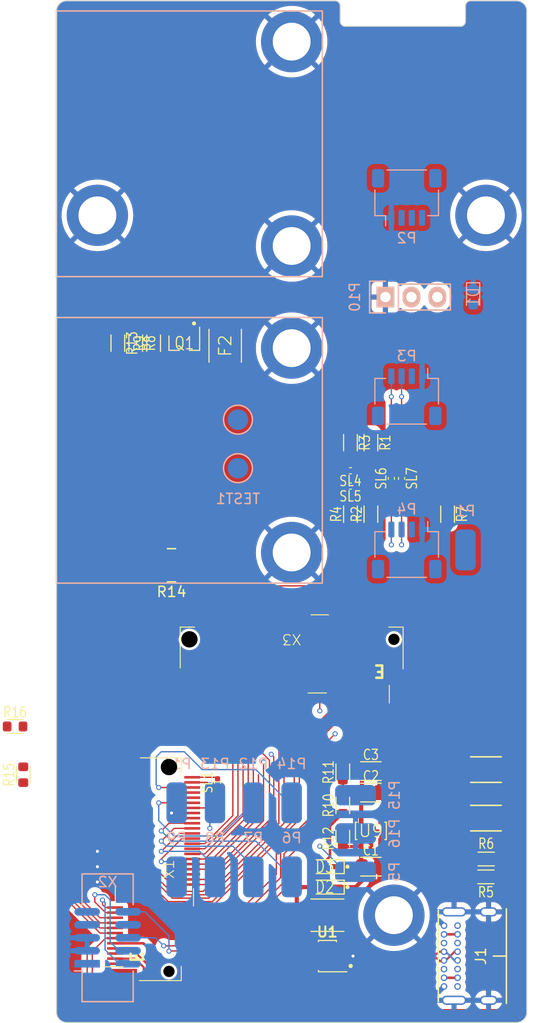
<source format=kicad_pcb>
(kicad_pcb (version 20221018) (generator pcbnew)
  (layers (0 "F.Cu" signal) (31 "B.Cu" signal) (34 "B.Paste" user) (35 "F.Paste" user) (36 "B.SilkS" user "B.Silkscreen") (37 "F.SilkS" user "F.Silkscreen") (38 "B.Mask" user) (39 "F.Mask" user) (44 "Edge.Cuts" user))
  (net 0 "")
  (net 3 "GND")
  (net 4 "/USB Input/USBC_P")
  (net 5 "/USB Input/USBC_N")
  (net 6 "/Expansion IO/~{I2C_INT}")
  (net 7 "/Processor/~{RESET}")
  (net 8 "/Processor/~{BOOT}")
  (net 15 "Net-(U1-VBUS)")
  (net 16 "/Processor/NATIVE.D-")
  (net 17 "/Processor/NATIVE.D+")
  (net 18 "+3.3V")
  (net 19 "Net-(J1-CC2)")
  (net 20 "Net-(J1-CC1)")
  (net 21 "/Processor/SWO")
  (net 22 "/Function Board/RTS")
  (net 24 "/Function Board/CTS")
  (net 26 "/Function Board/TX")
  (net 28 "/Function Board/RX")
  (net 29 "/Processor/SWDCLK")
  (net 30 "/Processor/SWDIO")
  (net 31 "/Function Board/D+")
  (net 32 "/Function Board/D-")
  (net 33 "/Function Board/G0")
  (net 34 "/Function Board/G1")
  (net 35 "/Function Board/G2")
  (net 36 "/Function Board/G3")
  (net 37 "/Function Board/G4")
  (net 38 "/Function Board/~{CS}")
  (net 39 "/Function Board/CLK")
  (net 40 "/Function Board/COPI")
  (net 41 "/Function Board/CIPO")
  (net 42 "/Function Board/FN_~{INT}")
  (net 43 "/Function Board/FN_PWM")
  (net 44 "/Function Board/FN_ANALOG")
  (net 45 "/Function Board/CAN.RX")
  (net 46 "/Function Board/CAN.TX")
  (net 50 "+POWER")
  (net 51 "/Expansion IO/I2C0.SDA")
  (net 52 "/Expansion IO/I2C0.SCL")
  (net 53 "/Expansion IO/I2C1.SDA")
  (net 54 "/Expansion IO/I2C1.SCL")
  (net 55 "Net-(Q1-G)")
  (net 56 "/Expansion IO/PWM_OUTPUT")
  (net 57 "Net-(X1-BATT_VIN{slash}3)")
  (net 58 "Net-(TEST2-PAD)")
  (net 59 "/Processor/D1")
  (net 60 "/Processor/ADC1")
  (net 61 "Net-(U9-VIN)")
  (net 62 "/Power Regulation/USB_VCC")
  (net 63 "Net-(U9-EN)")
  (net 64 "Net-(X1-RTC_3V_BATT)")
  (net 66 "/Processor/G9")
  (net 67 "/Processor/G8")
  (net 68 "/Processor/G7")
  (net 69 "/Processor/G6")
  (net 70 "/Processor/G5")
  (net 72 "Net-(X3-FUNC_RTS)")
  (net 73 "Net-(X3-FUNC_RX)")
  (net 74 "Net-(X3-FUNC_CTS)")
  (net 75 "Net-(X3-FUNC_TX)")
  (net 76 "Net-(D1-PadA)")
  (net 77 "Net-(P6-P1)")
  (net 78 "Net-(P7-P1)")
  (net 79 "Net-(P8-P1)")
  (net 80 "Net-(P9-P1)")
  (net 83 "Net-(P10-P3)")
  (net 84 "Net-(P10-P2)")
  (net 85 "Net-(X1-I2C_SDA1)")
  (net 86 "Net-(X1-I2C_SCL1)")
  (net 87 "Net-(TEST1-PAD)")
  (net 88 "/Expansion IO/CLK")
  (net 89 "/Expansion IO/CIPO")
  (net 90 "/Expansion IO/COPI")
  (net 91 "/Expansion IO/~{CS}")
  (footprint "Applidyne_Link:SJ1005-2N" (layer "F.Cu") (at 128.75 97.5 180)
    (fp_text reference "SL5")
    (fp_text value "SOLDER-LINK-2-TINY" hide)
  )
  (footprint "Applidyne_Mount:9774025151R" (layer "F.Cu") (at 142 71)
    (fp_text reference "MNT2" hide)
    (fp_text value "M2.5_SMD_2.5MM_THREADED" hide)
  )
  (footprint "Applidyne_Resistor:RESC1608X50N" (layer "F.Cu") (at 130.75 93.25 -90)
    (fp_text reference "R1")
    (fp_text value "4K7_1608M" hide)
  )
  (footprint "Applidyne_SOD:SOD2512X110N" (layer "F.Cu") (at 126.25 134.75 180)
    (fp_text reference "D3")
    (fp_text value "40V_500mA_SOD323" hide)
  )
  (footprint "Applidyne_Link:SJ1005-2N" (layer "F.Cu") (at 115.75 126.5 90)
    (fp_text reference "SL1")
    (fp_text value "SOLDER-LINK-2-TINY" hide)
  )
  (footprint "Applidyne_Resistor:RESC1608X50N" (layer "F.Cu") (at 130.75 100.25 90)
    (fp_text reference "R2")
    (fp_text value "4K7_1608M" hide)
  )
  (footprint "Applidyne_Resistor:RESC1608X50N" (layer "F.Cu") (at 109.5 83.515 90)
    (fp_text reference "R9")
    (fp_text value "10K0_1608M" hide)
  )
  (footprint "Applidyne_Connector_TE_Connectivity:TE_2199230-4" (layer "F.Cu") (at 111 135 90)
    (fp_text reference "X1")
    (fp_text value "MICROMOD_PROCESSOR_SOCKET" hide)
  )
  (footprint "Applidyne_Fuse:FUSC3225X85L50N" (layer "F.Cu") (at 116.5 83.765 90)
    (fp_text reference "F2")
    (fp_text value "0.5A_1210L_PTC" hide)
  )
  (footprint "Applidyne_Switch:B3U-1000P" (layer "F.Cu") (at 142 125.25)
    (fp_text reference "SW1" hide)
    (fp_text value "B3U-1000P_SPST-NO_SMD" hide)
  )
  (footprint "Applidyne_Capacitor:CAPC2012X110N" (layer "F.Cu") (at 130.75 127.5)
    (fp_text reference "C2")
    (fp_text value "10u_X7R_2012M" hide)
  )
  (footprint "Applidyne_Switch:B3U-1000P" (layer "F.Cu") (at 142 130)
    (fp_text reference "SW2" hide)
    (fp_text value "B3U-1000P_SPST-NO_SMD" hide)
  )
  (footprint "Applidyne_Mount:9774025151R" (layer "F.Cu") (at 104 71)
    (fp_text reference "MNT3" hide)
    (fp_text value "M2.5_SMD_2.5MM_THREADED" hide)
  )
  (footprint "Applidyne_USB:USB_C_PTH_GCT_USB4085" (layer "F.Cu") (at 144 143.5 90)
    (fp_text reference "J1")
    (fp_text value "USB_C_SOCKET_RA_PTH_SIMPLE" hide)
  )
  (footprint "Applidyne_Mount:9774025151R" (layer "F.Cu") (at 133 139.5)
    (fp_text reference "MNT1" hide)
    (fp_text value "M2.5_SMD_2.5MM_THREADED" hide)
  )
  (footprint "Applidyne_Link:SJ1005-2N" (layer "F.Cu") (at 128.75 96 180)
    (fp_text reference "SL4")
    (fp_text value "SOLDER-LINK-2-TINY" hide)
  )
  (footprint "Applidyne_Capacitor:CAPC2012X110N" (layer "F.Cu") (at 130.75 125.395)
    (fp_text reference "C3")
    (fp_text value "10u_X7R_2012M" hide)
  )
  (footprint "Applidyne_Connector_TE_Connectivity:TE_2199230-4" (layer "F.Cu") (at 123 112.5 180)
    (fp_text reference "X3")
    (fp_text value "MICROMOD_FUNCTION_BOARD_SOCKET" hide)
  )
  (footprint "Applidyne_Resistor:RESC1608X50N" (layer "F.Cu") (at 96.75 125.75 90)
    (fp_text reference "R15")
    (fp_text value "100K_1608M" hide)
  )
  (footprint "Applidyne_SOD:SOD2512X110N" (layer "F.Cu") (at 126.25 136.75 180)
    (fp_text reference "D2")
    (fp_text value "40V_500mA_SOD323" hide)
  )
  (footprint "Applidyne_Capacitor:CAPC2012X110N" (layer "F.Cu") (at 130.75 134.75)
    (fp_text reference "C1")
    (fp_text value "10u_X7R_2012M" hide)
  )
  (footprint "Applidyne_Resistor:RESC1608X50N" (layer "F.Cu") (at 95.95 121.03)
    (fp_text reference "R16")
    (fp_text value "100K_1608M" hide)
  )
  (footprint "Applidyne_SOT:SOT95P240X110-3L16N" (layer "F.Cu") (at 112.5 83.515 180)
    (fp_text reference "Q1")
    (fp_text value "2N7002P" hide)
  )
  (footprint "Applidyne_Resistor:RESC1608X50N" (layer "F.Cu") (at 128.75 93.25 -90)
    (fp_text reference "R3")
    (fp_text value "4K7_1608M" hide)
  )
  (footprint "Applidyne_Resistor:RESC1608X50N" (layer "F.Cu") (at 142 135.75 180)
    (fp_text reference "R5")
    (fp_text value "4K99_1608M" hide)
  )
  (footprint "Applidyne_Resistor:RESC1608X50N" (layer "F.Cu") (at 128 125.5 90)
    (fp_text reference "R11")
    (fp_text value "10K0_1608M" hide)
  )
  (footprint "Applidyne_Resistor:R_Array_Concave_4x1608M" (layer "F.Cu") (at 111.25 105.25 180)
    (fp_text reference "R14")
    (fp_text value "0R_QUAD_ARRAY_1608M" hide)
  )
  (footprint "Applidyne_SOT:SOT95P280X145-5L30N" (layer "F.Cu") (at 130.75 131.25)
    (fp_text reference "U9")
    (fp_text value "AP2112K-3.3" hide)
  )
  (footprint "Applidyne_Resistor:RESC1608X50N" (layer "F.Cu") (at 128.75 100.25 90)
    (fp_text reference "R4")
    (fp_text value "4K7_1608M" hide)
  )
  (footprint "Applidyne_SOT:SOT95P280X145-6L50N" (layer "F.Cu") (at 126.5 143.5 90)
    (fp_text reference "U1")
    (fp_text value "USBLC6" hide)
  )
  (footprint "Applidyne_Resistor:RESC1608X50N" (layer "F.Cu") (at 107.75 83.515 -90)
    (fp_text reference "R8")
    (fp_text value "10R_1608M" hide)
  )
  (footprint "Applidyne_Resistor:RESC1608X50N" (layer "F.Cu") (at 128 128.75 90)
    (fp_text reference "R10")
    (fp_text value "20K0_1608M" hide)
  )
  (footprint "Applidyne_Link:SJ1005-2N" (layer "F.Cu") (at 133.75 96.75 -90)
    (fp_text reference "SL7")
    (fp_text value "SOLDER-LINK-2-TINY" hide)
  )
  (footprint "Applidyne_Link:SJ1005-2N" (layer "F.Cu") (at 132.75 96.75 90)
    (fp_text reference "SL6")
    (fp_text value "SOLDER-LINK-2-TINY" hide)
  )
  (footprint "Applidyne_Resistor:RESC1608X50N" (layer "F.Cu") (at 106 83.515 -90)
    (fp_text reference "R13")
    (fp_text value "1K00_1608M" hide)
  )
  (footprint "Applidyne_Resistor:RESC1608X50N" (layer "F.Cu") (at 128 132 90)
    (fp_text reference "R12")
    (fp_text value "10K0_1608M" hide)
  )
  (footprint "Applidyne_Resistor:RESC1608X50N" (layer "F.Cu") (at 138.25 100.25 -90)
    (fp_text reference "R7")
    (fp_text value "10K0_1608M" hide)
  )
  (footprint "Applidyne_Resistor:RESC1608X50N" (layer "F.Cu") (at 142.025 134 180)
    (fp_text reference "R6")
    (fp_text value "4K99_1608M" hide)
  )
  (footprint "Applidyne_Fuse:FUSC3225X85L50N" (layer "F.Cu") (at 126.5 139.5 180)
    (fp_text reference "F1" hide)
    (fp_text value "0.5A_1210L_PTC" hide)
  )
  (footprint "Applidyne_Connector:PAD_SOLDER_2mm" (layer "B.Cu") (at 123 128.5)
    (fp_text reference "P14")
    (fp_text value "PAD_SOLDER_2mm" hide)
  )
  (footprint "Applidyne_Connector_JST:SM04B-SRSS-TB" (layer "B.Cu") (at 134.25 69.25)
    (fp_text reference "P2")
    (fp_text value "JST_SH_4_RA" hide)
  )
  (footprint "Applidyne_LED:LEDC1608X80L40N" (layer "B.Cu") (at 140.75 79 -90)
    (fp_text reference "D1")
    (fp_text value "LED_YELLOW_1608M" hide)
  )
  (footprint "Applidyne_Mount:9774040151R" (layer "B.Cu") (at 123 104 180)
    (fp_text reference "MNT4" hide)
    (fp_text value "M2.5_SMD_4.0MM_THREADED" hide)
  )
  (footprint "Applidyne_Connector:PAD_SOLDER_2mm" (layer "B.Cu") (at 115.5 135.75)
    (fp_text reference "P8")
    (fp_text value "PAD_SOLDER_2mm" hide)
  )
  (footprint "Applidyne_Mount:9774040151R" (layer "B.Cu") (at 123 54 180)
    (fp_text reference "MNT7" hide)
    (fp_text value "M2.5_SMD_4.0MM_THREADED" hide)
  )
  (footprint "Applidyne_Connector_Wurth:61300311121" (layer "B.Cu") (at 132.17 79 -90)
    (fp_text reference "P10")
    (fp_text value "CONN_01X03" hide)
  )
  (footprint "Applidyne_Connector:CNCTECH_3220-10-0300-00" (layer "B.Cu") (at 105 141.71 90)
    (fp_text reference "X2")
    (fp_text value "SWD_SMT_SOCKET" hide)
  )
  (footprint "Applidyne_Connector:PAD_SOLDER_2mm" (layer "B.Cu") (at 111.75 135.75)
    (fp_text reference "P9")
    (fp_text value "PAD_SOLDER_2mm" hide)
  )
  (footprint "Applidyne_Connector:PAD_SOLDER_2mm" (layer "B.Cu") (at 129.25 135.25 -90)
    (fp_text reference "P5")
    (fp_text value "PAD_SOLDER_2mm" hide)
  )
  (footprint "Applidyne_Test:TP200" (layer "B.Cu") (at 117.75 95.75 180)
    (fp_text reference "TEST1")
    (fp_text value "PROBE_PAD" hide)
  )
  (footprint "Applidyne_Connector:PAD_SOLDER_2mm" (layer "B.Cu") (at 119.25 128.5)
    (fp_text reference "P12")
    (fp_text value "PAD_SOLDER_2mm" hide)
  )
  (footprint "Applidyne_Mount:9774040151R" (layer "B.Cu") (at 123 84 180)
    (fp_text reference "MNT6" hide)
    (fp_text value "M2.5_SMD_4.0MM_THREADED" hide)
  )
  (footprint "Applidyne_Connector:PAD_SOLDER_2mm" (layer "B.Cu") (at 111.75 128.5)
    (fp_text reference "P11")
    (fp_text value "PAD_SOLDER_2mm" hide)
  )
  (footprint "Applidyne_Connector:PAD_SOLDER_2mm" (layer "B.Cu") (at 129.25 131.5 -90)
    (fp_text reference "P16")
    (fp_text value "PAD_SOLDER_2mm" hide)
  )
  (footprint "Applidyne_Mount:9774040151R" (layer "B.Cu") (at 123 74 180)
    (fp_text reference "MNT5" hide)
    (fp_text value "M2.5_SMD_4.0MM_THREADED" hide)
  )
  (footprint "Applidyne_Connector_JST:SM04B-SRSS-TB" (layer "B.Cu") (at 134.25 88.75 180)
    (fp_text reference "P3")
    (fp_text value "JST_SH_4_RA" hide)
  )
  (footprint "Applidyne_Connector:PAD_SOLDER_2mm" (layer "B.Cu") (at 129.25 127.75 -90)
    (fp_text reference "P15")
    (fp_text value "PAD_SOLDER_2mm" hide)
  )
  (footprint "Applidyne_Connector:PAD_SOLDER_2mm" (layer "B.Cu") (at 140 103.75)
    (fp_text reference "P1")
    (fp_text value "PAD_SOLDER_2mm" hide)
  )
  (footprint "Applidyne_Connector:PAD_SOLDER_2mm" (layer "B.Cu") (at 115.5 128.5)
    (fp_text reference "P13")
    (fp_text value "PAD_SOLDER_2mm" hide)
  )
  (footprint "Applidyne_Connector_JST:SM04B-SRSS-TB" (layer "B.Cu") (at 134.25 103.75 180)
    (fp_text reference "P4")
    (fp_text value "JST_SH_4_RA" hide)
  )
  (footprint "Applidyne_Connector:PAD_SOLDER_2mm" (layer "B.Cu") (at 119.25 135.75)
    (fp_text reference "P7")
    (fp_text value "PAD_SOLDER_2mm" hide)
  )
  (footprint "Applidyne_Test:TP200" (layer "B.Cu") (at 117.75 91 180)
    (fp_text reference "TEST2" hide)
    (fp_text value "PROBE_PAD" hide)
  )
  (footprint "Applidyne_Connector:PAD_SOLDER_2mm" (layer "B.Cu") (at 123 135.75)
    (fp_text reference "P6")
    (fp_text value "PAD_SOLDER_2mm" hide)
  )
  (gr_rect (start 100 51) (end 126 77) (stroke (width 0.15)) (fill none) (layer "B.SilkS"))
  (gr_rect (start 100 81) (end 126 107) (stroke (width 0.15)) (fill none) (layer "B.SilkS"))
  (gr_line (start 100 149) (end 100 51) (stroke (width 0.1)) (layer "Edge.Cuts"))
  (gr_arc (start 146 149) (mid 145.707107 149.707107) (end 145 150) (stroke (width 0.1)) (layer "Edge.Cuts"))
  (gr_arc (start 145 50) (mid 145.707107 50.292893) (end 146 51) (stroke (width 0.1)) (layer "Edge.Cuts"))
  (gr_line (start 145 150) (end 101 150) (stroke (width 0.1)) (layer "Edge.Cuts"))
  (gr_arc (start 101 150) (mid 100.292893 149.707107) (end 100 149) (stroke (width 0.1)) (layer "Edge.Cuts"))
  (gr_line (start 127.75 50.5) (end 127.75 52) (stroke (width 0.1)) (layer "Edge.Cuts"))
  (gr_line (start 145 50) (end 140.5 50) (stroke (width 0.1)) (layer "Edge.Cuts"))
  (gr_line (start 140 52) (end 140 50.5) (stroke (width 0.1)) (layer "Edge.Cuts"))
  (gr_line (start 101 50) (end 127.25 50) (stroke (width 0.1)) (layer "Edge.Cuts"))
  (gr_arc (start 128.25 52.5) (mid 127.896447 52.353553) (end 127.75 52) (stroke (width 0.1)) (layer "Edge.Cuts"))
  (gr_line (start 128.25 52.5) (end 139.5 52.5) (stroke (width 0.1)) (layer "Edge.Cuts"))
  (gr_arc (start 100 51) (mid 100.292893 50.292893) (end 101 50) (stroke (width 0.1)) (layer "Edge.Cuts"))
  (gr_arc (start 140 50.5) (mid 140.146447 50.146447) (end 140.5 50) (stroke (width 0.1)) (layer "Edge.Cuts"))
  (gr_arc (start 140 52) (mid 139.853553 52.353553) (end 139.5 52.5) (stroke (width 0.1)) (layer "Edge.Cuts"))
  (gr_arc (start 127.25 50) (mid 127.603553 50.146447) (end 127.75 50.5) (stroke (width 0.1)) (layer "Edge.Cuts"))
  (gr_line (start 146 51) (end 146 149) (stroke (width 0.1)) (layer "Edge.Cuts"))
  (segment (start 130.75 132.5) (end 130.75 133.5) (width 0.4) (layer "F.Cu") (net 3))
  (segment (start 132 110.225) (end 132 108.75) (width 0.13) (layer "F.Cu") (net 3))
  (segment (start 131.625 134.375) (end 131.625 134.75) (width 0.4) (layer "F.Cu") (net 3))
  (segment (start 131.625 127.5) (end 131.625 125.395) (width 0.4) (layer "F.Cu") (net 3))
  (segment (start 105.725 136.25) (end 104 136.25) (width 0.13) (layer "F.Cu") (net 3))
  (segment (start 130.5 110.225) (end 130.5 108.75) (width 0.13) (layer "F.Cu") (net 3))
  (segment (start 105.725 134.75) (end 104 134.75) (width 0.13) (layer "F.Cu") (net 3))
  (segment (start 127.675 143.5) (end 129 143.5) (width 0.25) (layer "F.Cu") (net 3))
  (segment (start 105.725 133.25) (end 104 133.25) (width 0.13) (layer "F.Cu") (net 3))
  (segment (start 130.75 133.5) (end 131.625 134.375) (width 0.4) (layer "F.Cu") (net 3))
  (via (at 104 133.25) (size 0.5) (drill 0.3) (layers "F.Cu" "B.Cu") (net 3))
  (via (at 104 136.25) (size 0.5) (drill 0.3) (layers "F.Cu" "B.Cu") (net 3))
  (via (at 104 134.75) (size 0.5) (drill 0.3) (layers "F.Cu" "B.Cu") (net 3))
  (via (at 129 143.5) (size 0.5) (drill 0.3) (layers "F.Cu" "B.Cu") (net 3))
  (segment (start 137.9 143.925) (end 137.825 144) (width 0.2) (layer "F.Cu") (net 4))
  (segment (start 128.827818 144.45) (end 127.675 144.45) (width 0.2) (layer "F.Cu") (net 4))
  (segment (start 137.225 143.725) (end 129.552818 143.725) (width 0.2) (layer "F.Cu") (net 4))
  (segment (start 137.9 143.925) (end 138.075 143.925) (width 0.2) (layer "F.Cu") (net 4))
  (segment (start 137.825 144) (end 137.5 144) (width 0.2) (layer "F.Cu") (net 4))
  (segment (start 129.552818 143.725) (end 128.827818 144.45) (width 0.2) (layer "F.Cu") (net 4))
  (segment (start 137.5 144) (end 137.225 143.725) (width 0.2) (layer "F.Cu") (net 4))
  (segment (start 138.075 143.925) (end 138.93 143.07) (width 0.2) (layer "F.Cu") (net 4))
  (segment (start 138.93 143.07) (end 139.225 143.07) (width 0.2) (layer "F.Cu") (net 4))
  (segment (start 128.827818 142.55) (end 127.675 142.55) (width 0.2) (layer "F.Cu") (net 5))
  (segment (start 137.225 143.275) (end 129.55 143.275) (width 0.2) (layer "F.Cu") (net 5))
  (segment (start 137.9 143.075) (end 137.425 143.075) (width 0.2) (layer "F.Cu") (net 5))
  (segment (start 137.425 143.075) (end 137.225 143.275) (width 0.2) (layer "F.Cu") (net 5))
  (segment (start 129.55 143.275) (end 129.55 143.272182) (width 0.2) (layer "F.Cu") (net 5))
  (segment (start 129.55 143.272182) (end 128.827818 142.55) (width 0.2) (layer "F.Cu") (net 5))
  (segment (start 137.9 143.075) (end 138.075 143.075) (width 0.2) (layer "B.Cu") (net 5))
  (segment (start 138.92 143.92) (end 139.225 143.92) (width 0.2) (layer "B.Cu") (net 5))
  (segment (start 138.075 143.075) (end 138.92 143.92) (width 0.2) (layer "B.Cu") (net 5))
  (segment (start 116.5 140.5) (end 113.275 140.5) (width 0.13) (layer "F.Cu") (net 6))
  (segment (start 121.5 133.25) (end 121.5 135.5) (width 0.13) (layer "F.Cu") (net 6))
  (segment (start 124.92 121.33) (end 124.92 128.5) (width 0.13) (layer "F.Cu") (net 6))
  (segment (start 124.92 129.83) (end 121.5 133.25) (width 0.13) (layer "F.Cu") (net 6))
  (segment (start 124.92 128.33) (end 124.92 128.5) (width 0.13) (layer "F.Cu") (net 6))
  (segment (start 126.75 117.775) (end 126.75 119.5) (width 0.13) (layer "F.Cu") (net 6))
  (segment (start 124.92 128.5) (end 124.92 129.83) (width 0.13) (layer "F.Cu") (net 6))
  (segment (start 126.75 119.5) (end 124.92 121.33) (width 0.13) (layer "F.Cu") (net 6))
  (segment (start 121.5 135.5) (end 116.5 140.5) (width 0.13) (layer "F.Cu") (net 6))
  (segment (start 143.92 149.08) (end 105.58 149.08) (width 0.13) (layer "F.Cu") (net 7))
  (segment (start 103 146.5) (end 103 143.25) (width 0.13) (layer "F.Cu") (net 7))
  (segment (start 111 143.0145) (end 111.0145 143) (width 0.13) (layer "F.Cu") (net 7))
  (segment (start 105.58 149.08) (end 103 146.5) (width 0.13) (layer "F.Cu") (net 7))
  (segment (start 144.83 148.17) (end 143.92 149.08) (width 0.13) (layer "F.Cu") (net 7))
  (segment (start 143.7 125.25) (end 143.7 126.45) (width 0.13) (layer "F.Cu") (net 7))
  (segment (start 111.0145 143) (end 113.275 143) (width 0.13) (layer "F.Cu") (net 7))
  (segment (start 144.83 127.58) (end 144.83 148.17) (width 0.13) (layer "F.Cu") (net 7))
  (segment (start 143.7 126.45) (end 144.83 127.58) (width 0.13) (layer "F.Cu") (net 7))
  (via (at 111 143.0145) (size 0.5) (drill 0.3) (layers "F.Cu" "B.Cu") (net 7))
  (segment (start 111 141.52168) (end 108.64832 139.17) (width 0.13) (layer "B.Cu") (net 7))
  (segment (start 108.64832 139.17) (end 107 139.17) (width 0.13) (layer "B.Cu") (net 7))
  (segment (start 111 143.0145) (end 111 141.52168) (width 0.13) (layer "B.Cu") (net 7))
  (segment (start 105.725 141.75) (end 104.795 141.75) (width 0.13) (layer "F.Cu") (net 8))
  (segment (start 144.5 148) (end 144.5 132.25) (width 0.13) (layer "F.Cu") (net 8))
  (segment (start 143.75 148.75) (end 144.5 148) (width 0.13) (layer "F.Cu") (net 8))
  (segment (start 103.5 146.5) (end 105.75 148.75) (width 0.13) (layer "F.Cu") (net 8))
  (segment (start 104.795 141.75) (end 103.5 143.045) (width 0.13) (layer "F.Cu") (net 8))
  (segment (start 143.7 131.45) (end 143.7 130) (width 0.13) (layer "F.Cu") (net 8))
  (segment (start 144.5 132.25) (end 143.7 131.45) (width 0.13) (layer "F.Cu") (net 8))
  (segment (start 103.5 143.045) (end 103.5 146.5) (width 0.13) (layer "F.Cu") (net 8))
  (segment (start 105.75 148.75) (end 143.75 148.75) (width 0.13) (layer "F.Cu") (net 8))
  (segment (start 126.5 143.25) (end 126.5 140) (width 0.25) (layer "F.Cu") (net 15))
  (segment (start 137.9 145.625) (end 139.22 145.625) (width 0.25) (layer "F.Cu") (net 15))
  (segment (start 139.22 145.625) (end 139.225 145.62) (width 0.25) (layer "F.Cu") (net 15))
  (segment (start 139.225 141.37) (end 137.905 141.37) (width 0.25) (layer "F.Cu") (net 15))
  (segment (start 126.5 140) (end 127 139.5) (width 0.25) (layer "F.Cu") (net 15))
  (segment (start 127 139.5) (end 127.985 139.5) (width 0.25) (layer "F.Cu") (net 15))
  (segment (start 127.985 139.985) (end 127.985 139.5) (width 0.35) (layer "F.Cu") (net 15))
  (segment (start 126.25 143.5) (end 126.5 143.25) (width 0.25) (layer "F.Cu") (net 15))
  (segment (start 137.905 141.37) (end 137.9 141.375) (width 0.25) (layer "F.Cu") (net 15))
  (segment (start 125.325 143.5) (end 126.25 143.5) (width 0.25) (layer "F.Cu") (net 15))
  (segment (start 117.4068 147.275) (end 109.8432 147.275) (width 0.2) (layer "F.Cu") (net 16))
  (segment (start 123.587499 143.275) (end 121.4068 143.275) (width 0.2) (layer "F.Cu") (net 16))
  (segment (start 109.8432 147.275) (end 108.975 146.4068) (width 0.2) (layer "F.Cu") (net 16))
  (segment (start 107.8182 143.25) (end 105.725 143.25) (width 0.2) (layer "F.Cu") (net 16))
  (segment (start 125.325 142.55) (end 124.312499 142.55) (width 0.2) (layer "F.Cu") (net 16))
  (segment (start 108.975 144.4068) (end 107.8182 143.25) (width 0.2) (layer "F.Cu") (net 16))
  (segment (start 108.975 146.4068) (end 108.975 144.4068) (width 0.2) (layer "F.Cu") (net 16))
  (segment (start 124.312499 142.55) (end 123.587499 143.275) (width 0.2) (layer "F.Cu") (net 16))
  (segment (start 121.4068 143.275) (end 117.4068 147.275) (width 0.2) (layer "F.Cu") (net 16))
  (segment (start 124.312499 144.45) (end 123.587499 143.725) (width 0.2) (layer "F.Cu") (net 17))
  (segment (start 107.6818 143.75) (end 105.725 143.75) (width 0.2) (layer "F.Cu") (net 17))
  (segment (start 108.525 146.5932) (end 108.525 144.5932) (width 0.2) (layer "F.Cu") (net 17))
  (segment (start 109.6568 147.725) (end 108.525 146.5932) (width 0.2) (layer "F.Cu") (net 17))
  (segment (start 108.525 144.5932) (end 107.6818 143.75) (width 0.2) (layer "F.Cu") (net 17))
  (segment (start 125.325 144.45) (end 124.312499 144.45) (width 0.2) (layer "F.Cu") (net 17))
  (segment (start 123.587499 143.725) (end 121.5932 143.725) (width 0.2) (layer "F.Cu") (net 17))
  (segment (start 117.5932 147.725) (end 109.6568 147.725) (width 0.2) (layer "F.Cu") (net 17))
  (segment (start 121.5932 143.725) (end 117.5932 147.725) (width 0.2) (layer "F.Cu") (net 17))
  (segment (start 129.875 127.5) (end 129.875 125.395) (width 0.4) (layer "F.Cu") (net 18))
  (segment (start 115.6 126) (end 113.275 126) (width 0.13) (layer "F.Cu") (net 18))
  (segment (start 115.75 126.15) (end 115.6 126) (width 0.13) (layer "F.Cu") (net 18))
  (segment (start 129.8 130) (end 129.8 127.575) (width 0.4) (layer "F.Cu") (net 18))
  (segment (start 129.8 127.575) (end 129.875 127.5) (width 0.4) (layer "F.Cu") (net 18))
  (segment (start 113.275 142.5) (end 110.4855 142.5) (width 0.13) (layer "F.Cu") (net 21))
  (via (at 110.4855 142.5) (size 0.5) (drill 0.3) (layers "F.Cu" "B.Cu") (net 21))
  (segment (start 109.6955 141.71) (end 107 141.71) (width 0.13) (layer "B.Cu") (net 21))
  (segment (start 110.4855 142.5) (end 109.6955 141.71) (width 0.13) (layer "B.Cu") (net 21))
  (segment (start 100.260002 137.260002) (end 100.260002 109.489998) (width 0.13) (layer "F.Cu") (net 22))
  (segment (start 105.725 141.25) (end 104.25 141.25) (width 0.13) (layer "F.Cu") (net 22))
  (segment (start 100.260002 109.489998) (end 104.75 105) (width 0.13) (layer "F.Cu") (net 22))
  (segment (start 104.25 141.25) (end 100.260002 137.260002) (width 0.13) (layer "F.Cu") (net 22))
  (segment (start 100.590001 110.659999) (end 104 107.25) (width 0.13) (layer "F.Cu") (net 24))
  (segment (start 104.25 140.75) (end 100.590001 137.090001) (width 0.13) (layer "F.Cu") (net 24))
  (segment (start 105.725 140.75) (end 104.25 140.75) (width 0.13) (layer "F.Cu") (net 24))
  (segment (start 100.590001 137.090001) (end 100.590001 110.659999) (width 0.13) (layer "F.Cu") (net 24))
  (segment (start 100.92 136.92) (end 100.92 111.83) (width 0.13) (layer "F.Cu") (net 26))
  (segment (start 100.92 111.83) (end 104.5 108.25) (width 0.13) (layer "F.Cu") (net 26))
  (segment (start 105.725 140.25) (end 104.25 140.25) (width 0.13) (layer "F.Cu") (net 26))
  (segment (start 104.25 140.25) (end 100.92 136.92) (width 0.13) (layer "F.Cu") (net 26))
  (segment (start 101.25 112.5) (end 104.5 109.25) (width 0.13) (layer "F.Cu") (net 28))
  (segment (start 101.25 136.75) (end 101.25 112.5) (width 0.13) (layer "F.Cu") (net 28))
  (segment (start 105.725 139.75) (end 104.25 139.75) (width 0.13) (layer "F.Cu") (net 28))
  (segment (start 104.25 139.75) (end 101.25 136.75) (width 0.13) (layer "F.Cu") (net 28))
  (segment (start 104.5 109.25) (end 104.5 109) (width 0.13) (layer "F.Cu") (net 28))
  (segment (start 105.725 139.25) (end 104.795 139.25) (width 0.13) (layer "F.Cu") (net 29))
  (segment (start 103.75 138.205) (end 103.75 137.5) (width 0.13) (layer "F.Cu") (net 29))
  (segment (start 104.795 139.25) (end 103.75 138.205) (width 0.13) (layer "F.Cu") (net 29))
  (via (at 103.75 137.5) (size 0.5) (drill 0.3) (layers "F.Cu" "B.Cu") (net 29))
  (segment (start 106.125 142.98) (end 107 142.98) (width 0.13) (layer "B.Cu") (net 29))
  (segment (start 105.25 142.105) (end 106.125 142.98) (width 0.13) (layer "B.Cu") (net 29))
  (segment (start 105.25 138) (end 105.25 142.105) (width 0.13) (layer "B.Cu") (net 29))
  (segment (start 103.75 137.5) (end 104.75 137.5) (width 0.13) (layer "B.Cu") (net 29))
  (segment (start 104.75 137.5) (end 105.25 138) (width 0.13) (layer "B.Cu") (net 29))
  (segment (start 104.7875 138.75) (end 104.5 138.4625) (width 0.13) (layer "F.Cu") (net 30))
  (segment (start 104.5 138.4625) (end 104.5 138.015) (width 0.13) (layer "F.Cu") (net 30))
  (segment (start 105.725 138.75) (end 104.7875 138.75) (width 0.13) (layer "F.Cu") (net 30))
  (via (at 104.5 138.015) (size 0.5) (drill 0.3) (layers "F.Cu" "B.Cu") (net 30))
  (segment (start 104.75 142.875) (end 104.75 138.265) (width 0.13) (layer "B.Cu") (net 30))
  (segment (start 104.75 138.265) (end 104.5 138.015) (width 0.13) (layer "B.Cu") (net 30))
  (segment (start 107 144.25) (end 106.125 144.25) (width 0.13) (layer "B.Cu") (net 30))
  (segment (start 106.125 144.25) (end 104.75 142.875) (width 0.13) (layer "B.Cu") (net 30))
  (segment (start 123.75 130.125) (end 123.75 117.775) (width 0.13) (layer "F.Cu") (net 31))
  (segment (start 110.75 138.5) (end 115.375 138.5) (width 0.13) (layer "F.Cu") (net 31))
  (segment (start 108 135.75) (end 110.75 138.5) (width 0.13) (layer "F.Cu") (net 31))
  (segment (start 115.375 138.5) (end 123.75 130.125) (width 0.13) (layer "F.Cu") (net 31))
  (segment (start 105.725 135.75) (end 108 135.75) (width 0.13) (layer "F.Cu") (net 31))
  (segment (start 110.92 138.17) (end 115.23831 138.17) (width 0.13) (layer "F.Cu") (net 32))
  (segment (start 105.725 135.25) (end 108 135.25) (width 0.13) (layer "F.Cu") (net 32))
  (segment (start 123.25 130.15831) (end 123.25 117.775) (width 0.13) (layer "F.Cu") (net 32))
  (segment (start 115.23831 138.17) (end 123.25 130.15831) (width 0.13) (layer "F.Cu") (net 32))
  (segment (start 108 135.25) (end 110.92 138.17) (width 0.13) (layer "F.Cu") (net 32))
  (segment (start 119.25 130) (end 119.25 117.775) (width 0.13) (layer "F.Cu") (net 33))
  (segment (start 113.275 134.5) (end 114.75 134.5) (width 0.13) (layer "F.Cu") (net 33))
  (segment (start 114.75 134.5) (end 119.25 130) (width 0.13) (layer "F.Cu") (net 33))
  (segment (start 118.75 129.75) (end 118.75 117.775) (width 0.13) (layer "F.Cu") (net 34))
  (segment (start 114.5 134) (end 118.75 129.75) (width 0.13) (layer "F.Cu") (net 34))
  (segment (start 113.275 134) (end 114.5 134) (width 0.13) (layer "F.Cu") (net 34))
  (segment (start 113.275 133.5) (end 114.5 133.5) (width 0.13) (layer "F.Cu") (net 35))
  (segment (start 114.5 133.5) (end 118.25 129.75) (width 0.13) (layer "F.Cu") (net 35))
  (segment (start 118.25 129.75) (end 118.25 117.775) (width 0.13) (layer "F.Cu") (net 35))
  (segment (start 117.75 129.75) (end 117.75 117.775) (width 0.13) (layer "F.Cu") (net 36))
  (segment (start 113.275 133) (end 114.5 133) (width 0.13) (layer "F.Cu") (net 36))
  (segment (start 114.5 133) (end 117.75 129.75) (width 0.13) (layer "F.Cu") (net 36))
  (segment (start 113.275 132.5) (end 114.5 132.5) (width 0.13) (layer "F.Cu") (net 37))
  (segment (start 114.5 132.5) (end 117.25 129.75) (width 0.13) (layer "F.Cu") (net 37))
  (segment (start 117.25 129.75) (end 117.25 117.775) (width 0.13) (layer "F.Cu") (net 37))
  (segment (start 120.25 117.775) (end 120.25 116) (width 0.13) (layer "F.Cu") (net 38))
  (segment (start 104.75 130.75) (end 103 129) (width 0.13) (layer "F.Cu") (net 38))
  (segment (start 103 122) (end 103 121.75) (width 0.13) (layer "F.Cu") (net 38))
  (segment (start 105.725 130.75) (end 104.75 130.75) (width 0.13) (layer "F.Cu") (net 38))
  (segment (start 103 121.75) (end 108.75 116) (width 0.13) (layer "F.Cu") (net 38))
  (segment (start 103 129) (end 103 122) (width 0.13) (layer "F.Cu") (net 38))
  (segment (start 119.25 115) (end 112.145 115) (width 0.13) (layer "F.Cu") (net 38))
  (segment (start 120.25 116) (end 119.25 115) (width 0.13) (layer "F.Cu") (net 38))
  (segment (start 112.145 115) (end 109.75 117.395) (width 0.13) (layer "F.Cu") (net 38))
  (segment (start 103.33 128.86331) (end 103.33 122.17) (width 0.13) (layer "F.Cu") (net 39))
  (segment (start 104.71669 130.25) (end 103.33 128.86331) (width 0.13) (layer "F.Cu") (net 39))
  (segment (start 103.33 122.17) (end 111.5 114) (width 0.13) (layer "F.Cu") (net 39))
  (segment (start 130.5 114) (end 131.75 115.25) (width 0.13) (layer "F.Cu") (net 39))
  (segment (start 111.5 114) (end 130.5 114) (width 0.13) (layer "F.Cu") (net 39))
  (segment (start 131.75 115.25) (end 131.75 117.775) (width 0.13) (layer "F.Cu") (net 39))
  (segment (start 105.725 130.25) (end 104.71669 130.25) (width 0.13) (layer "F.Cu") (net 39))
  (segment (start 104.68338 129.75) (end 105.725 129.75) (width 0.13) (layer "F.Cu") (net 40))
  (segment (start 103.75 122.21669) (end 103.75 128.81662) (width 0.13) (layer "F.Cu") (net 40))
  (segment (start 131.25 117.775) (end 131.25 115.5) (width 0.13) (layer "F.Cu") (net 40))
  (segment (start 130.08 114.33) (end 111.63669 114.33) (width 0.13) (layer "F.Cu") (net 40))
  (segment (start 111.63669 114.33) (end 103.75 122.21669) (width 0.13) (layer "F.Cu") (net 40))
  (segment (start 103.75 128.81662) (end 104.68338 129.75) (width 0.13) (layer "F.Cu") (net 40))
  (segment (start 131.25 115.5) (end 130.08 114.33) (width 0.13) (layer "F.Cu") (net 40))
  (segment (start 129.66 114.66) (end 111.84 114.66) (width 0.13) (layer "F.Cu") (net 41))
  (segment (start 111.84 114.66) (end 104.08 122.42) (width 0.13) (layer "F.Cu") (net 41))
  (segment (start 104.08 128.67993) (end 104.65007 129.25) (width 0.13) (layer "F.Cu") (net 41))
  (segment (start 130.75 115.75) (end 129.66 114.66) (width 0.13) (layer "F.Cu") (net 41))
  (segment (start 104.65007 129.25) (end 105.725 129.25) (width 0.13) (layer "F.Cu") (net 41))
  (segment (start 104.08 122.42) (end 104.08 128.67993) (width 0.13) (layer "F.Cu") (net 41))
  (segment (start 130.75 117.775) (end 130.75 115.75) (width 0.13) (layer "F.Cu") (net 41))
  (segment (start 126.25 122.75) (end 127.25 121.75) (width 0.13) (layer "F.Cu") (net 42))
  (segment (start 121.5 115.5) (end 124.5 115.5) (width 0.13) (layer "F.Cu") (net 42))
  (segment (start 120.75 117.775) (end 120.75 116.25) (width 0.13) (layer "F.Cu") (net 42))
  (segment (start 120.75 116.25) (end 121.5 115.5) (width 0.13) (layer "F.Cu") (net 42))
  (segment (start 122.75 136.5) (end 122.75 133.75) (width 0.13) (layer "F.Cu") (net 42))
  (segment (start 124.5 115.5) (end 125.75 116.75) (width 0.13) (layer "F.Cu") (net 42))
  (segment (start 122.75 133.75) (end 126.25 130.25) (width 0.13) (layer "F.Cu") (net 42))
  (segment (start 125.75 116.75) (end 125.75 119.5) (width 0.13) (layer "F.Cu") (net 42))
  (segment (start 117.25 142) (end 122.75 136.5) (width 0.13) (layer "F.Cu") (net 42))
  (segment (start 126.25 130.25) (end 126.25 122.75) (width 0.13) (layer "F.Cu") (net 42))
  (segment (start 113.275 142) (end 117.25 142) (width 0.13) (layer "F.Cu") (net 42))
  (via (at 127.25 121.75) (size 0.5) (drill 0.3) (layers "F.Cu" "B.Cu") (net 42))
  (via (at 125.75 119.5) (size 0.5) (drill 0.3) (layers "F.Cu" "B.Cu") (net 42))
  (segment (start 120.83 124.33) (end 120.83 130.17) (width 0.13) (layer "F.Cu") (net 43))
  (segment (start 119.75 123.25) (end 120.83 124.33) (width 0.13) (layer "F.Cu") (net 43))
  (segment (start 119.75 117.775) (end 119.75 123.25) (width 0.13) (layer "F.Cu") (net 43))
  (segment (start 114.5 136.5) (end 113.275 136.5) (width 0.13) (layer "F.Cu") (net 43))
  (segment (start 120.83 130.17) (end 114.5 136.5) (width 0.13) (layer "F.Cu") (net 43))
  (segment (start 114.5 136) (end 120.25 130.25) (width 0.13) (layer "F.Cu") (net 44))
  (segment (start 123 111.75) (end 123 110.225) (width 0.13) (layer "F.Cu") (net 44))
  (segment (start 120.25 130.25) (end 120.25 124.5) (width 0.13) (layer "F.Cu") (net 44))
  (segment (start 113.275 136) (end 114.5 136) (width 0.13) (layer "F.Cu") (net 44))
  (via (at 120.25 124.5) (size 0.5) (drill 0.3) (layers "F.Cu" "B.Cu") (net 44))
  (segment (start 107.75 134.25) (end 111.34 137.84) (width 0.13) (layer "F.Cu") (net 45))
  (segment (start 114.920001 137.829999) (end 122.25 130.5) (width 0.13) (layer "F.Cu") (net 45))
  (segment (start 111.91 137.84) (end 111.92 137.83) (width 0.13) (layer "F.Cu") (net 45))
  (segment (start 122.25 130.5) (end 122.25 117.775) (width 0.13) (layer "F.Cu") (net 45))
  (segment (start 111.34 137.84) (end 111.91 137.84) (width 0.13) (layer "F.Cu") (net 45))
  (segment (start 105.725 134.25) (end 107.75 134.25) (width 0.13) (layer "F.Cu") (net 45))
  (segment (start 111.92 137.83) (end 114.920001 137.829999) (width 0.13) (layer "F.Cu") (net 45))
  (segment (start 105.725 133.75) (end 107.75 133.75) (width 0.13) (layer "F.Cu") (net 46))
  (segment (start 114.766655 137.5) (end 121.75 130.516655) (width 0.13) (layer "F.Cu") (net 46))
  (segment (start 111.5 137.5) (end 114.766655 137.5) (width 0.13) (layer "F.Cu") (net 46))
  (segment (start 107.75 133.75) (end 111.5 137.5) (width 0.13) (layer "F.Cu") (net 46))
  (segment (start 121.75 130.516655) (end 121.75 117.775) (width 0.13) (layer "F.Cu") (net 46))
  (segment (start 125.75 134.75) (end 126.75 133.75) (width 0.25) (layer "F.Cu") (net 50))
  (segment (start 125.07 134.75) (end 125.75 134.75) (width 0.25) (layer "F.Cu") (net 50))
  (segment (start 126.75 130.775) (end 128 129.525) (width 0.25) (layer "F.Cu") (net 50))
  (segment (start 126.75 133.75) (end 126.75 130.775) (width 0.25) (layer "F.Cu") (net 50))
  (via (at 125.75 132.75) (size 0.5) (drill 0.3) (layers "F.Cu" "B.Cu") (net 50))
  (segment (start 128.25 135.25) (end 125.75 132.75) (width 0.13) (layer "B.Cu") (net 50))
  (segment (start 129.25 135.25) (end 128.25 135.25) (width 0.13) (layer "B.Cu") (net 50))
  (segment (start 122.25 136.25) (end 122.25 133.5) (width 0.13) (layer "F.Cu") (net 51))
  (segment (start 113.275 141.5) (end 117 141.5) (width 0.13) (layer "F.Cu") (net 51))
  (segment (start 125.75 130) (end 125.75 122.25) (width 0.13) (layer "F.Cu") (net 51))
  (segment (start 127.75 120.25) (end 127.75 117.775) (width 0.13) (layer "F.Cu") (net 51))
  (segment (start 117 141.5) (end 122.25 136.25) (width 0.13) (layer "F.Cu") (net 51))
  (segment (start 125.75 122.25) (end 127.75 120.25) (width 0.13) (layer "F.Cu") (net 51))
  (segment (start 133.75 97.1) (end 133.75 103.25) (width 0.13) (layer "F.Cu") (net 51))
  (segment (start 122.25 133.5) (end 125.75 130) (width 0.13) (layer "F.Cu") (net 51))
  (via (at 133.75 103.25) (size 0.5) (drill 0.3) (layers "F.Cu" "B.Cu") (net 51))
  (segment (start 133.75 101.75) (end 133.75 103.25) (width 0.13) (layer "B.Cu") (net 51))
  (segment (start 132.75 97.1) (end 132.75 103.25) (width 0.13) (layer "F.Cu") (net 52))
  (segment (start 127.25 119.75) (end 127.25 117.775) (width 0.13) (layer "F.Cu") (net 52))
  (segment (start 121.92 135.83) (end 121.92 133.33) (width 0.13) (layer "F.Cu") (net 52))
  (segment (start 121.92 133.33) (end 125.25 130) (width 0.13) (layer "F.Cu") (net 52))
  (segment (start 125.25 130) (end 125.25 121.75) (width 0.13) (layer "F.Cu") (net 52))
  (segment (start 113.275 141) (end 116.75 141) (width 0.13) (layer "F.Cu") (net 52))
  (segment (start 116.75 141) (end 121.92 135.83) (width 0.13) (layer "F.Cu") (net 52))
  (segment (start 125.25 121.75) (end 127.25 119.75) (width 0.13) (layer "F.Cu") (net 52))
  (via (at 132.75 103.25) (size 0.5) (drill 0.3) (layers "F.Cu" "B.Cu") (net 52))
  (segment (start 132.75 101.75) (end 132.75 103.25) (width 0.13) (layer "B.Cu") (net 52))
  (segment (start 128.75 94.025) (end 129.1 94.375) (width 0.13) (layer "F.Cu") (net 53))
  (segment (start 129.1 94.375) (end 129.1 96) (width 0.13) (layer "F.Cu") (net 53))
  (segment (start 133.75 96.4) (end 133.75 88.75) (width 0.13) (layer "F.Cu") (net 53))
  (via (at 133.75 88.75) (size 0.5) (drill 0.3) (layers "F.Cu" "B.Cu") (net 53))
  (segment (start 133.75 86.75) (end 133.75 88.75) (width 0.13) (layer "B.Cu") (net 53))
  (segment (start 129.1 99.125) (end 128.75 99.475) (width 0.13) (layer "F.Cu") (net 54))
  (segment (start 129.1 97.5) (end 129.1 99.125) (width 0.13) (layer "F.Cu") (net 54))
  (segment (start 132.75 96.4) (end 132.75 88.75) (width 0.13) (layer "F.Cu") (net 54))
  (via (at 132.75 88.75) (size 0.5) (drill 0.3) (layers "F.Cu" "B.Cu") (net 54))
  (segment (start 132.75 86.75) (end 132.75 88.75) (width 0.13) (layer "B.Cu") (net 54))
  (segment (start 101.58 114.17) (end 105.75 110) (width 0.13) (layer "F.Cu") (net 56))
  (segment (start 104.46669 132.75) (end 101.58 129.86331) (width 0.13) (layer "F.Cu") (net 56))
  (segment (start 105.725 132.75) (end 104.46669 132.75) (width 0.13) (layer "F.Cu") (net 56))
  (segment (start 101.58 129.86331) (end 101.58 114.17) (width 0.13) (layer "F.Cu") (net 56))
  (segment (start 128 127) (end 128 126.275) (width 0.25) (layer "F.Cu") (net 57))
  (segment (start 128 127.975) (end 128 127) (width 0.25) (layer "F.Cu") (net 57))
  (segment (start 121.25 124) (end 121 123.75) (width 0.13) (layer "F.Cu") (net 57))
  (segment (start 111.92 137.17) (end 107 132.25) (width 0.13) (layer "F.Cu") (net 57))
  (segment (start 121.25 130.25) (end 114.33 137.17) (width 0.13) (layer "F.Cu") (net 57))
  (segment (start 114.33 137.17) (end 111.92 137.17) (width 0.13) (layer "F.Cu") (net 57))
  (segment (start 107 132.25) (end 105.725 132.25) (width 0.13) (layer "F.Cu") (net 57))
  (segment (start 121.25 130.25) (end 121.25 124) (width 0.13) (layer "F.Cu") (net 57))
  (via (at 121 123.75) (size 0.5) (drill 0.3) (layers "F.Cu" "B.Cu") (net 57))
  (segment (start 119.75 129) (end 119.75 125.75) (width 0.13) (layer "F.Cu") (net 60))
  (segment (start 119.75 129.96669) (end 119.75 129) (width 0.13) (layer "F.Cu") (net 60))
  (segment (start 114.71669 135) (end 119.75 129.96669) (width 0.13) (layer "F.Cu") (net 60))
  (segment (start 113.275 135) (end 114.71669 135) (width 0.13) (layer "F.Cu") (net 60))
  (segment (start 129.25 136.75) (end 129.875 136.125) (width 0.4) (layer "F.Cu") (net 61))
  (segment (start 128 132.025) (end 128 132) (width 0.25) (layer "F.Cu") (net 61))
  (segment (start 127.43 136.75) (end 129.25 136.75) (width 0.4) (layer "F.Cu") (net 61))
  (segment (start 128 132.775) (end 129.525 132.775) (width 0.3) (layer "F.Cu") (net 61))
  (segment (start 127.43 134.75) (end 129.875 134.75) (width 0.4) (layer "F.Cu") (net 61))
  (segment (start 129.875 136.125) (end 129.875 134.75) (width 0.4) (layer "F.Cu") (net 61))
  (segment (start 129.525 132.775) (end 129.8 132.5) (width 0.3) (layer "F.Cu") (net 61))
  (segment (start 129.875 134.75) (end 129.8 134.675) (width 0.4) (layer "F.Cu") (net 61))
  (segment (start 129.8 134.675) (end 129.8 132.5) (width 0.4) (layer "F.Cu") (net 61))
  (segment (start 110 145.75) (end 110.5 146.25) (width 0.25) (layer "F.Cu") (net 62))
  (segment (start 125.07 136.75) (end 124 136.75) (width 0.4) (layer "F.Cu") (net 62))
  (segment (start 124 136.75) (end 123.5 137.25) (width 0.4) (layer "F.Cu") (net 62))
  (segment (start 108.5 142.25) (end 110 143.75) (width 0.25) (layer "F.Cu") (net 62))
  (segment (start 123 142.25) (end 125.015 140.235) (width 0.25) (layer "F.Cu") (net 62))
  (segment (start 123.5 137.25) (end 123.5 139) (width 0.4) (layer "F.Cu") (net 62))
  (segment (start 125.015 140.235) (end 125.015 139.5) (width 0.25) (layer "F.Cu") (net 62))
  (segment (start 110.5 146.25) (end 116.75 146.25) (width 0.25) (layer "F.Cu") (net 62))
  (segment (start 105.725 142.25) (end 108.5 142.25) (width 0.25) (layer "F.Cu") (net 62))
  (segment (start 123.5 139) (end 124 139.5) (width 0.4) (layer "F.Cu") (net 62))
  (segment (start 120.75 142.25) (end 123 142.25) (width 0.25) (layer "F.Cu") (net 62))
  (segment (start 124 139.5) (end 125.015 139.5) (width 0.4) (layer "F.Cu") (net 62))
  (segment (start 110 143.75) (end 110 145.75) (width 0.25) (layer "F.Cu") (net 62))
  (segment (start 116.75 146.25) (end 120.75 142.25) (width 0.25) (layer "F.Cu") (net 62))
  (segment (start 131.475 131.225) (end 131.7 131.45) (width 0.25) (layer "F.Cu") (net 63))
  (segment (start 131.7 131.45) (end 131.7 132.5) (width 0.25) (layer "F.Cu") (net 63))
  (segment (start 128 131.225) (end 131.475 131.225) (width 0.25) (layer "F.Cu") (net 63))
  (segment (start 115.75 126.85) (end 115.1 126.85) (width 0.13) (layer "F.Cu") (net 64))
  (segment (start 115.1 126.85) (end 114.75 126.5) (width 0.13) (layer "F.Cu") (net 64))
  (segment (start 114.75 126.5) (end 113.275 126.5) (width 0.13) (layer "F.Cu") (net 64))
  (segment (start 117.76669 104.55) (end 120.48169 107.265) (width 0.13) (layer "F.Cu") (net 72))
  (segment (start 128.5 109.295) (end 128.5 110.225) (width 0.13) (layer "F.Cu") (net 72))
  (segment (start 126.47 107.265) (end 128.5 109.295) (width 0.13) (layer "F.Cu") (net 72))
  (segment (start 120.48169 107.265) (end 126.47 107.265) (width 0.13) (layer "F.Cu") (net 72))
  (segment (start 118.2 106.95) (end 120 108.75) (width 0.13) (layer "F.Cu") (net 73))
  (segment (start 124.5 108.75) (end 125.67 109.92) (width 0.13) (layer "F.Cu") (net 73))
  (segment (start 126.75 113) (end 128 113) (width 0.13) (layer "F.Cu") (net 73))
  (segment (start 120 108.75) (end 124.5 108.75) (width 0.13) (layer "F.Cu") (net 73))
  (segment (start 125.67 111.92) (end 126.75 113) (width 0.13) (layer "F.Cu") (net 73))
  (segment (start 125.67 109.92) (end 125.67 111.92) (width 0.13) (layer "F.Cu") (net 73))
  (segment (start 126.455 107.75) (end 128 109.295) (width 0.13) (layer "F.Cu") (net 74))
  (segment (start 128 109.295) (end 128 110.225) (width 0.13) (layer "F.Cu") (net 74))
  (segment (start 120.5 107.75) (end 126.455 107.75) (width 0.13) (layer "F.Cu") (net 74))
  (segment (start 118.1 105.35) (end 120.5 107.75) (width 0.13) (layer "F.Cu") (net 74))
  (segment (start 118.15 106.15) (end 119.5 107.5) (width 0.13) (layer "F.Cu") (net 75))
  (segment (start 126.75 112.5) (end 129.25 112.5) (width 0.13) (layer "F.Cu") (net 75))
  (segment (start 119.5 107.5) (end 120.25 108.25) (width 0.13) (layer "F.Cu") (net 75))
  (segment (start 126 111.75) (end 126.75 112.5) (width 0.13) (layer "F.Cu") (net 75))
  (segment (start 126 109.25) (end 126 111.75) (width 0.13) (layer "F.Cu") (net 75))
  (segment (start 125 108.25) (end 126 109.25) (width 0.13) (layer "F.Cu") (net 75))
  (segment (start 120.25 108.25) (end 125 108.25) (width 0.13) (layer "F.Cu") (net 75))
  (segment (start 111 130.5) (end 110.25 131.25) (width 0.13) (layer "F.Cu") (net 77))
  (segment (start 113.275 130.5) (end 111 130.5) (width 0.13) (layer "F.Cu") (net 77))
  (via (at 110.25 131.25) (size 0.5) (drill 0.3) (layers "F.Cu" "B.Cu") (net 77))
  (segment (start 123 135.75) (end 119.5 132.25) (width 0.13) (layer "B.Cu") (net 77))
  (segment (start 111.25 132.25) (end 110.25 131.25) (width 0.13) (layer "B.Cu") (net 77))
  (segment (start 119.5 132.25) (end 111.25 132.25) (width 0.13) (layer "B.Cu") (net 77))
  (segment (start 113.275 131) (end 111.499996 131) (width 0.13) (layer "F.Cu") (net 78))
  (segment (start 111.499996 131) (end 110.25 132.249996) (width 0.13) (layer "F.Cu") (net 78))
  (via (at 110.25 132.249996) (size 0.5) (drill 0.3) (layers "F.Cu" "B.Cu") (net 78))
  (segment (start 117.25 132.75) (end 110.750004 132.75) (width 0.13) (layer "B.Cu") (net 78))
  (segment (start 119.25 134.75) (end 117.25 132.75) (width 0.13) (layer "B.Cu") (net 78))
  (segment (start 119.25 135.75) (end 119.25 134.75) (width 0.13) (layer "B.Cu") (net 78))
  (segment (start 110.750004 132.75) (end 110.25 132.249996) (width 0.13) (layer "B.Cu") (net 78))
  (segment (start 113.275 131.5) (end 111.999994 131.5) (width 0.13) (layer "F.Cu") (net 79))
  (segment (start 111.999994 131.5) (end 110.249994 133.25) (width 0.13) (layer "F.Cu") (net 79))
  (via (at 110.249994 133.25) (size 0.5) (drill 0.3) (layers "F.Cu" "B.Cu") (net 79))
  (segment (start 115.5 135.75) (end 115.5 134.75) (width 0.13) (layer "B.Cu") (net 79))
  (segment (start 115.5 134.75) (end 114 133.25) (width 0.13) (layer "B.Cu") (net 79))
  (segment (start 114 133.25) (end 110.249994 133.25) (width 0.13) (layer "B.Cu") (net 79))
  (segment (start 112.25 132) (end 110.25 134) (width 0.13) (layer "F.Cu") (net 80))
  (segment (start 113.275 132) (end 112.25 132) (width 0.13) (layer "F.Cu") (net 80))
  (segment (start 110.25 134) (end 110.25 134.25) (width 0.13) (layer "F.Cu") (net 80))
  (via (at 110.25 134.25) (size 0.5) (drill 0.3) (layers "F.Cu" "B.Cu") (net 80))
  (segment (start 111.75 135) (end 111 134.25) (width 0.13) (layer "B.Cu") (net 80))
  (segment (start 111 134.25) (end 110.25 134.25) (width 0.13) (layer "B.Cu") (net 80))
  (segment (start 111.75 135.75) (end 111.75 135) (width 0.13) (layer "B.Cu") (net 80))
  (segment (start 104 131.75) (end 102 129.75) (width 0.13) (layer "F.Cu") (net 85))
  (segment (start 102 116) (end 108.5 109.5) (width 0.13) (layer "F.Cu") (net 85))
  (segment (start 105.725 131.75) (end 104 131.75) (width 0.13) (layer "F.Cu") (net 85))
  (segment (start 102 129.75) (end 102 116) (width 0.13) (layer "F.Cu") (net 85))
  (segment (start 102.5 129.75) (end 102.5 116.25) (width 0.13) (layer "F.Cu") (net 86))
  (segment (start 104 131.25) (end 102.5 129.75) (width 0.13) (layer "F.Cu") (net 86))
  (segment (start 105.725 131.25) (end 104 131.25) (width 0.13) (layer "F.Cu") (net 86))
  (segment (start 102.5 116.25) (end 109 109.75) (width 0.13) (layer "F.Cu") (net 86))
  (segment (start 114.75 117.775) (end 114.75 119.5) (width 0.13) (layer "F.Cu") (net 87))
  (segment (start 113.275 129.5) (end 111.249994 129.5) (width 0.13) (layer "F.Cu") (net 88))
  (via (at 111.249994 129.5) (size 0.5) (drill 0.3) (layers "F.Cu" "B.Cu") (net 88))
  (segment (start 113.275 128.5) (end 110 128.5) (width 0.13) (layer "F.Cu") (net 89))
  (via (at 110 128.5) (size 0.5) (drill 0.3) (layers "F.Cu" "B.Cu") (net 89))
  (segment (start 111.5 131.75) (end 110 130.25) (width 0.13) (layer "B.Cu") (net 89))
  (segment (start 119.25 128.5) (end 116 131.75) (width 0.13) (layer "B.Cu") (net 89))
  (segment (start 116 131.75) (end 111.5 131.75) (width 0.13) (layer "B.Cu") (net 89))
  (segment (start 110 130.25) (end 110 128.5) (width 0.13) (layer "B.Cu") (net 89))
  (segment (start 115 129.5) (end 115 131) (width 0.13) (layer "F.Cu") (net 90))
  (segment (start 114.5 129) (end 115 129.5) (width 0.13) (layer "F.Cu") (net 90))
  (segment (start 113.275 129) (end 114.5 129) (width 0.13) (layer "F.Cu") (net 90))
  (via (at 115 131) (size 0.5) (drill 0.3) (layers "F.Cu" "B.Cu") (net 90))
  (segment (start 115 131) (end 115 129) (width 0.13) (layer "B.Cu") (net 90))
  (segment (start 115 129) (end 115.5 128.5) (width 0.13) (layer "B.Cu") (net 90))
  (segment (start 110.000004 127) (end 110 126.999996) (width 0.13) (layer "F.Cu") (net 91))
  (segment (start 113.275 127) (end 110.000004 127) (width 0.13) (layer "F.Cu") (net 91))
  (via (at 110 126.999996) (size 0.5) (drill 0.3) (layers "F.Cu" "B.Cu") (net 91))
  (segment (start 112.5 123.5) (end 114.25 125.25) (width 0.13) (layer "B.Cu") (net 91))
  (segment (start 114.25 125.25) (end 119.5 125.25) (width 0.13) (layer "B.Cu") (net 91))
  (segment (start 109.75 124) (end 110.25 123.5) (width 0.13) (layer "B.Cu") (net 91))
  (segment (start 122.75 128.5) (end 123 128.5) (width 0.13) (layer "B.Cu") (net 91))
  (segment (start 110.25 123.5) (end 112.5 123.5) (width 0.13) (layer "B.Cu") (net 91))
  (segment (start 109.75 126.749996) (end 109.75 124) (width 0.13) (layer "B.Cu") (net 91))
  (segment (start 110 126.999996) (end 109.75 126.749996) (width 0.13) (layer "B.Cu") (net 91))
  (segment (start 119.5 125.25) (end 122.75 128.5) (width 0.13) (layer "B.Cu") (net 91))
  (zone (net 3) (net_name "GND") (layer "F.Cu") (connect_pads (clearance 0.5)) (min_thickness 0.25) (fill yes (thermal_gap 0.5) (thermal_bridge_width 0.5))
    (polygon (pts (xy 100 50) (xy 146 50) (xy 146 150) (xy 100 150)))
  )
  (zone (net 3) (net_name "GND") (layer "B.Cu") (connect_pads (clearance 0.5)) (min_thickness 0.25) (fill yes (thermal_gap 0.5) (thermal_bridge_width 0.5))
    (polygon (pts (xy 100 50) (xy 146 50) (xy 146 150) (xy 100 150)))
  )
)
</source>
